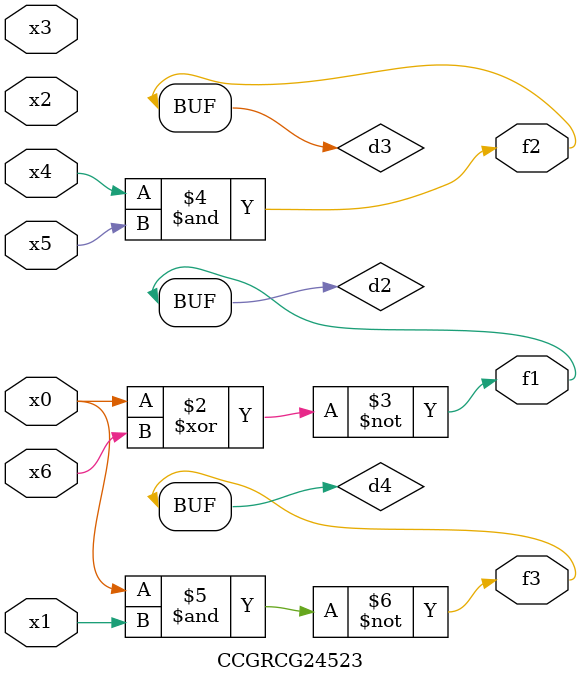
<source format=v>
module CCGRCG24523(
	input x0, x1, x2, x3, x4, x5, x6,
	output f1, f2, f3
);

	wire d1, d2, d3, d4;

	nor (d1, x0);
	xnor (d2, x0, x6);
	and (d3, x4, x5);
	nand (d4, x0, x1);
	assign f1 = d2;
	assign f2 = d3;
	assign f3 = d4;
endmodule

</source>
